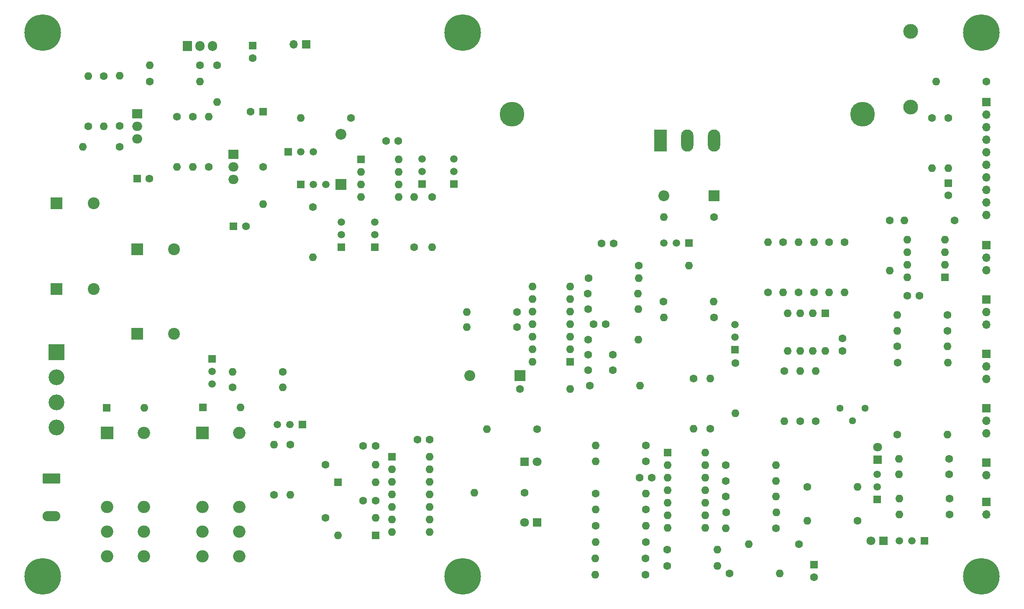
<source format=gts>
%TF.GenerationSoftware,KiCad,Pcbnew,6.0.2-378541a8eb~116~ubuntu20.04.1*%
%TF.CreationDate,2022-03-08T15:28:56-05:00*%
%TF.ProjectId,Linear_Lab_Bench_PSU,4c696e65-6172-45f4-9c61-625f42656e63,rev?*%
%TF.SameCoordinates,Original*%
%TF.FileFunction,Soldermask,Top*%
%TF.FilePolarity,Negative*%
%FSLAX46Y46*%
G04 Gerber Fmt 4.6, Leading zero omitted, Abs format (unit mm)*
G04 Created by KiCad (PCBNEW 6.0.2-378541a8eb~116~ubuntu20.04.1) date 2022-03-08 15:28:56*
%MOMM*%
%LPD*%
G01*
G04 APERTURE LIST*
G04 Aperture macros list*
%AMRoundRect*
0 Rectangle with rounded corners*
0 $1 Rounding radius*
0 $2 $3 $4 $5 $6 $7 $8 $9 X,Y pos of 4 corners*
0 Add a 4 corners polygon primitive as box body*
4,1,4,$2,$3,$4,$5,$6,$7,$8,$9,$2,$3,0*
0 Add four circle primitives for the rounded corners*
1,1,$1+$1,$2,$3*
1,1,$1+$1,$4,$5*
1,1,$1+$1,$6,$7*
1,1,$1+$1,$8,$9*
0 Add four rect primitives between the rounded corners*
20,1,$1+$1,$2,$3,$4,$5,0*
20,1,$1+$1,$4,$5,$6,$7,0*
20,1,$1+$1,$6,$7,$8,$9,0*
20,1,$1+$1,$8,$9,$2,$3,0*%
G04 Aperture macros list end*
%ADD10R,1.800000X1.800000*%
%ADD11C,1.800000*%
%ADD12C,1.600000*%
%ADD13O,1.600000X1.600000*%
%ADD14R,1.700000X1.700000*%
%ADD15O,1.700000X1.700000*%
%ADD16R,1.600000X1.600000*%
%ADD17R,1.500000X1.500000*%
%ADD18C,1.500000*%
%ADD19R,2.400000X2.400000*%
%ADD20C,2.400000*%
%ADD21C,7.400000*%
%ADD22R,2.500000X4.500000*%
%ADD23O,2.500000X4.500000*%
%ADD24R,3.200000X3.200000*%
%ADD25C,3.200000*%
%ADD26C,3.000000*%
%ADD27O,3.000000X3.000000*%
%ADD28R,2.000000X1.905000*%
%ADD29O,2.000000X1.905000*%
%ADD30R,2.200000X2.200000*%
%ADD31O,2.200000X2.200000*%
%ADD32RoundRect,0.250001X-1.549999X0.799999X-1.549999X-0.799999X1.549999X-0.799999X1.549999X0.799999X0*%
%ADD33O,3.600000X2.100000*%
%ADD34R,2.500000X2.500000*%
%ADD35O,2.500000X2.500000*%
%ADD36C,1.440000*%
%ADD37R,1.905000X2.000000*%
%ADD38O,1.905000X2.000000*%
%ADD39C,5.000000*%
G04 APERTURE END LIST*
D10*
%TO.C,D9*%
X162560000Y-131800000D03*
D11*
X165100000Y-131800000D03*
%TD*%
D12*
%TO.C,R63*%
X191400000Y-149600000D03*
D13*
X201560000Y-149600000D03*
%TD*%
D14*
%TO.C,J3*%
X256000000Y-88000000D03*
D15*
X256000000Y-90540000D03*
X256000000Y-93080000D03*
%TD*%
D16*
%TO.C,C25*%
X109600000Y-61000000D03*
D12*
X107100000Y-61000000D03*
%TD*%
%TO.C,R12*%
X77400000Y-53740000D03*
D13*
X77400000Y-63900000D03*
%TD*%
D17*
%TO.C,Q11*%
X195780000Y-87550000D03*
D18*
X193240000Y-87550000D03*
X190700000Y-87550000D03*
%TD*%
D14*
%TO.C,J2*%
X256000000Y-59000000D03*
D15*
X256000000Y-61540000D03*
X256000000Y-64080000D03*
X256000000Y-66620000D03*
X256000000Y-69160000D03*
X256000000Y-71700000D03*
X256000000Y-74240000D03*
X256000000Y-76780000D03*
X256000000Y-79320000D03*
X256000000Y-81860000D03*
%TD*%
D12*
%TO.C,R40*%
X200100000Y-125180000D03*
D13*
X200100000Y-115020000D03*
%TD*%
D12*
%TO.C,C24*%
X109645000Y-72180000D03*
D13*
X109645000Y-79680000D03*
%TD*%
D12*
%TO.C,R14*%
X96800000Y-51547349D03*
D13*
X86640000Y-51547349D03*
%TD*%
D19*
%TO.C,C5*%
X84100000Y-105900000D03*
D20*
X91600000Y-105900000D03*
%TD*%
D12*
%TO.C,C22*%
X188280000Y-135040000D03*
X185780000Y-135040000D03*
%TD*%
D17*
%TO.C,Q7*%
X117580000Y-124300000D03*
D18*
X115040000Y-124300000D03*
X112500000Y-124300000D03*
%TD*%
D12*
%TO.C,R6*%
X143800000Y-78200000D03*
D13*
X143800000Y-88360000D03*
%TD*%
D12*
%TO.C,R25*%
X175400000Y-100900000D03*
D13*
X185560000Y-100900000D03*
%TD*%
D17*
%TO.C,Q4*%
X99300000Y-111020000D03*
D18*
X99300000Y-113560000D03*
X99300000Y-116100000D03*
%TD*%
D12*
%TO.C,C13*%
X175400000Y-110200000D03*
X180400000Y-110200000D03*
%TD*%
%TO.C,R74*%
X229900000Y-143800000D03*
D13*
X219740000Y-143800000D03*
%TD*%
D12*
%TO.C,R52*%
X248160000Y-105300000D03*
D13*
X238000000Y-105300000D03*
%TD*%
D21*
%TO.C,H6*%
X65000000Y-155000000D03*
%TD*%
D12*
%TO.C,R7*%
X115100000Y-128340000D03*
D13*
X115100000Y-138500000D03*
%TD*%
D12*
%TO.C,R39*%
X196700000Y-115000000D03*
D13*
X196700000Y-125160000D03*
%TD*%
D12*
%TO.C,R2*%
X103400000Y-116800000D03*
D13*
X113560000Y-116800000D03*
%TD*%
D22*
%TO.C,Q12*%
X190020000Y-66800000D03*
D23*
X195470000Y-66800000D03*
X200920000Y-66800000D03*
%TD*%
D12*
%TO.C,R8*%
X111800000Y-138500000D03*
D13*
X111800000Y-128340000D03*
%TD*%
D14*
%TO.C,J8*%
X256000000Y-140000000D03*
D15*
X256000000Y-142540000D03*
%TD*%
D12*
%TO.C,R4*%
X127360000Y-62200000D03*
D13*
X117200000Y-62200000D03*
%TD*%
D24*
%TO.C,D3*%
X67800000Y-109660000D03*
D25*
X67800000Y-114740000D03*
X67800000Y-119820000D03*
X67800000Y-124900000D03*
%TD*%
D12*
%TO.C,R30*%
X190680000Y-99400000D03*
D13*
X200840000Y-99400000D03*
%TD*%
D26*
%TO.C,R38*%
X240700000Y-44700000D03*
D27*
X240700000Y-60000000D03*
%TD*%
D16*
%TO.C,D5*%
X124760000Y-136000000D03*
D13*
X132380000Y-136000000D03*
%TD*%
D12*
%TO.C,R56*%
X187080000Y-148100000D03*
D13*
X176920000Y-148100000D03*
%TD*%
D21*
%TO.C,H1*%
X65000000Y-45000000D03*
%TD*%
D12*
%TO.C,R18*%
X221100000Y-97560000D03*
D13*
X221100000Y-87400000D03*
%TD*%
D12*
%TO.C,R69*%
X92200000Y-62020000D03*
D13*
X92200000Y-72180000D03*
%TD*%
D12*
%TO.C,R26*%
X161640000Y-117100000D03*
D13*
X171800000Y-117100000D03*
%TD*%
D12*
%TO.C,C15*%
X226900000Y-109360000D03*
X226900000Y-106860000D03*
%TD*%
%TO.C,R48*%
X249560000Y-83000000D03*
D13*
X239400000Y-83000000D03*
%TD*%
D28*
%TO.C,U10*%
X103600000Y-69640000D03*
D29*
X103600000Y-72180000D03*
X103600000Y-74720000D03*
%TD*%
D12*
%TO.C,R55*%
X176900000Y-138300000D03*
D13*
X187060000Y-138300000D03*
%TD*%
D14*
%TO.C,J7*%
X256000000Y-132000000D03*
D15*
X256000000Y-134540000D03*
%TD*%
D14*
%TO.C,J9*%
X118340000Y-47300000D03*
D15*
X115800000Y-47300000D03*
%TD*%
D12*
%TO.C,R41*%
X256000000Y-54900000D03*
D13*
X245840000Y-54900000D03*
%TD*%
D12*
%TO.C,R62*%
X203300000Y-138900000D03*
D13*
X213460000Y-138900000D03*
%TD*%
D12*
%TO.C,R59*%
X213460000Y-145300000D03*
D13*
X203300000Y-145300000D03*
%TD*%
D16*
%TO.C,C23*%
X103645000Y-84180000D03*
D12*
X106145000Y-84180000D03*
%TD*%
%TO.C,R13*%
X74200000Y-63900000D03*
D13*
X74200000Y-53740000D03*
%TD*%
D12*
%TO.C,R42*%
X248500000Y-131200000D03*
D13*
X238340000Y-131200000D03*
%TD*%
D12*
%TO.C,R36*%
X175480000Y-94700000D03*
D13*
X185640000Y-94700000D03*
%TD*%
D12*
%TO.C,R32*%
X175360000Y-97800000D03*
D13*
X185520000Y-97800000D03*
%TD*%
D21*
%TO.C,H4*%
X255000000Y-155000000D03*
%TD*%
D12*
%TO.C,R20*%
X224200000Y-87400000D03*
D13*
X224200000Y-97560000D03*
%TD*%
D30*
%TO.C,D8*%
X200880000Y-77948334D03*
D31*
X190720000Y-77948334D03*
%TD*%
D16*
%TO.C,D6*%
X132380000Y-146700000D03*
D13*
X124760000Y-146700000D03*
%TD*%
D12*
%TO.C,R43*%
X248500000Y-134400000D03*
D13*
X238340000Y-134400000D03*
%TD*%
D16*
%TO.C,U2*%
X171800000Y-111625000D03*
D13*
X171800000Y-109085000D03*
X171800000Y-106545000D03*
X171800000Y-104005000D03*
X171800000Y-101465000D03*
X171800000Y-98925000D03*
X171800000Y-96385000D03*
X164180000Y-96385000D03*
X164180000Y-98925000D03*
X164180000Y-101465000D03*
X164180000Y-104005000D03*
X164180000Y-106545000D03*
X164180000Y-109085000D03*
X164180000Y-111625000D03*
%TD*%
D12*
%TO.C,R35*%
X161000000Y-104600000D03*
D13*
X150840000Y-104600000D03*
%TD*%
D12*
%TO.C,R29*%
X221500000Y-123620000D03*
D13*
X221500000Y-113460000D03*
%TD*%
D12*
%TO.C,R16*%
X218000000Y-97560000D03*
D13*
X218000000Y-87400000D03*
%TD*%
D17*
%TO.C,Q2*%
X114660000Y-69060000D03*
D18*
X117200000Y-69060000D03*
X119740000Y-69060000D03*
%TD*%
D12*
%TO.C,R28*%
X218300000Y-123620000D03*
D13*
X218300000Y-113460000D03*
%TD*%
D30*
%TO.C,D1*%
X125400000Y-75700000D03*
D31*
X125400000Y-65540000D03*
%TD*%
D12*
%TO.C,R33*%
X161000000Y-101500000D03*
D13*
X150840000Y-101500000D03*
%TD*%
D12*
%TO.C,R3*%
X113560000Y-113600000D03*
D13*
X103400000Y-113600000D03*
%TD*%
D12*
%TO.C,R78*%
X245000000Y-62240000D03*
D13*
X245000000Y-72400000D03*
%TD*%
D21*
%TO.C,H3*%
X255000000Y-45000000D03*
%TD*%
D12*
%TO.C,R58*%
X203320000Y-142100000D03*
D13*
X213480000Y-142100000D03*
%TD*%
D12*
%TO.C,R37*%
X205200000Y-111820000D03*
D13*
X205200000Y-121980000D03*
%TD*%
D16*
%TO.C,C6*%
X84100000Y-74500000D03*
D12*
X86600000Y-74500000D03*
%TD*%
%TO.C,R9*%
X122220000Y-132400000D03*
D13*
X132380000Y-132400000D03*
%TD*%
D30*
%TO.C,D7*%
X161600000Y-114400000D03*
D31*
X151440000Y-114400000D03*
%TD*%
D12*
%TO.C,R75*%
X162500000Y-138100000D03*
D13*
X152340000Y-138100000D03*
%TD*%
D17*
%TO.C,Q13*%
X205160000Y-109140000D03*
D18*
X205160000Y-106600000D03*
X205160000Y-104060000D03*
%TD*%
D12*
%TO.C,R1*%
X119700000Y-80300000D03*
D13*
X119700000Y-90460000D03*
%TD*%
D16*
%TO.C,U5*%
X247600000Y-94500000D03*
D13*
X247600000Y-91960000D03*
X247600000Y-89420000D03*
X247600000Y-86880000D03*
X239980000Y-86880000D03*
X239980000Y-89420000D03*
X239980000Y-91960000D03*
X239980000Y-94500000D03*
%TD*%
D32*
%TO.C,J1*%
X66777500Y-135190000D03*
D33*
X66777500Y-142810000D03*
%TD*%
D12*
%TO.C,R64*%
X186980000Y-151400000D03*
D13*
X176820000Y-151400000D03*
%TD*%
D12*
%TO.C,R21*%
X211800000Y-97560000D03*
D13*
X211800000Y-87400000D03*
%TD*%
D17*
%TO.C,Q5*%
X132200000Y-88400000D03*
D18*
X132200000Y-85860000D03*
X132200000Y-83320000D03*
%TD*%
D17*
%TO.C,Q15*%
X243480000Y-147800000D03*
D18*
X240940000Y-147800000D03*
X238400000Y-147800000D03*
%TD*%
D16*
%TO.C,D2*%
X77990000Y-120900000D03*
D13*
X85610000Y-120900000D03*
%TD*%
D17*
%TO.C,Q6*%
X125460000Y-88400000D03*
D18*
X125460000Y-85860000D03*
X125460000Y-83320000D03*
%TD*%
D34*
%TO.C,RL1*%
X78000000Y-126000000D03*
D35*
X78000000Y-141000000D03*
X78000000Y-146000000D03*
X78000000Y-151000000D03*
X85500000Y-151000000D03*
X85500000Y-146000000D03*
X85500000Y-141000000D03*
X85500000Y-126000000D03*
%TD*%
D17*
%TO.C,Q9*%
X148260000Y-75640000D03*
D18*
X148260000Y-73100000D03*
X148260000Y-70560000D03*
%TD*%
D21*
%TO.C,H5*%
X150000000Y-155000000D03*
%TD*%
D16*
%TO.C,C18*%
X248300000Y-75440000D03*
D12*
X248300000Y-77940000D03*
%TD*%
%TO.C,R67*%
X203300000Y-132500000D03*
D13*
X213460000Y-132500000D03*
%TD*%
D17*
%TO.C,Q14*%
X233900000Y-139480000D03*
D18*
X233900000Y-136940000D03*
X233900000Y-134400000D03*
%TD*%
D12*
%TO.C,R24*%
X215100000Y-113460000D03*
D13*
X215100000Y-123620000D03*
%TD*%
D12*
%TO.C,C7*%
X129880000Y-128600000D03*
X132380000Y-128600000D03*
%TD*%
%TO.C,C21*%
X240000000Y-98200000D03*
X242500000Y-98200000D03*
%TD*%
%TO.C,R27*%
X218080000Y-148500000D03*
D13*
X207920000Y-148500000D03*
%TD*%
D12*
%TO.C,R22*%
X227300000Y-87400000D03*
D13*
X227300000Y-97560000D03*
%TD*%
D16*
%TO.C,D4*%
X97390000Y-120800000D03*
D13*
X105010000Y-120800000D03*
%TD*%
D36*
%TO.C,RV1*%
X226360000Y-121020000D03*
X228900000Y-123560000D03*
X231440000Y-121020000D03*
%TD*%
D14*
%TO.C,J4*%
X256000000Y-99000000D03*
D15*
X256000000Y-101540000D03*
X256000000Y-104080000D03*
%TD*%
D12*
%TO.C,C8*%
X129880000Y-139700000D03*
X132380000Y-139700000D03*
%TD*%
D16*
%TO.C,U7*%
X135680000Y-130820000D03*
D13*
X135680000Y-133360000D03*
X135680000Y-135900000D03*
X135680000Y-138440000D03*
X135680000Y-140980000D03*
X135680000Y-143520000D03*
X135680000Y-146060000D03*
X143300000Y-146060000D03*
X143300000Y-143520000D03*
X143300000Y-140980000D03*
X143300000Y-138440000D03*
X143300000Y-135900000D03*
X143300000Y-133360000D03*
X143300000Y-130820000D03*
%TD*%
D12*
%TO.C,R19*%
X214900000Y-87380000D03*
D13*
X214900000Y-97540000D03*
%TD*%
D16*
%TO.C,C10*%
X107500000Y-47600000D03*
D12*
X107500000Y-50100000D03*
%TD*%
%TO.C,R17*%
X175400000Y-107100000D03*
D13*
X185560000Y-107100000D03*
%TD*%
D12*
%TO.C,R50*%
X219740000Y-136900000D03*
D13*
X229900000Y-136900000D03*
%TD*%
D12*
%TO.C,R46*%
X238020000Y-111800000D03*
D13*
X248180000Y-111800000D03*
%TD*%
D12*
%TO.C,R45*%
X248600000Y-142500000D03*
D13*
X238440000Y-142500000D03*
%TD*%
D12*
%TO.C,C9*%
X80600000Y-68100000D03*
D13*
X73100000Y-68100000D03*
%TD*%
D12*
%TO.C,R72*%
X165100000Y-125200000D03*
D13*
X154940000Y-125200000D03*
%TD*%
D12*
%TO.C,R68*%
X187080000Y-131740000D03*
D13*
X176920000Y-131740000D03*
%TD*%
D21*
%TO.C,H2*%
X150000000Y-45000000D03*
%TD*%
D10*
%TO.C,D11*%
X235175000Y-147800000D03*
D11*
X232635000Y-147800000D03*
%TD*%
D12*
%TO.C,R77*%
X248300000Y-62240000D03*
D13*
X248300000Y-72400000D03*
%TD*%
D12*
%TO.C,R34*%
X200880000Y-82300000D03*
D13*
X190720000Y-82300000D03*
%TD*%
D19*
%TO.C,C2*%
X67800000Y-96900000D03*
D20*
X75300000Y-96900000D03*
%TD*%
D12*
%TO.C,R65*%
X203300000Y-135700000D03*
D13*
X213460000Y-135700000D03*
%TD*%
D16*
%TO.C,C17*%
X221100000Y-152700000D03*
D12*
X221100000Y-155200000D03*
%TD*%
D19*
%TO.C,C3*%
X84100000Y-88800000D03*
D20*
X91600000Y-88800000D03*
%TD*%
D17*
%TO.C,Q3*%
X117200000Y-75660000D03*
D18*
X119740000Y-75660000D03*
X122280000Y-75660000D03*
%TD*%
D12*
%TO.C,R49*%
X248160000Y-102100000D03*
D13*
X238000000Y-102100000D03*
%TD*%
D12*
%TO.C,C11*%
X100300000Y-51547349D03*
D13*
X100300000Y-59047349D03*
%TD*%
D12*
%TO.C,R10*%
X122220000Y-143200000D03*
D13*
X132380000Y-143200000D03*
%TD*%
D12*
%TO.C,R15*%
X86640000Y-54847349D03*
D13*
X96800000Y-54847349D03*
%TD*%
D16*
%TO.C,U3*%
X223400000Y-101760000D03*
D13*
X220860000Y-101760000D03*
X218320000Y-101760000D03*
X215780000Y-101760000D03*
X215780000Y-109380000D03*
X218320000Y-109380000D03*
X220860000Y-109380000D03*
X223400000Y-109380000D03*
%TD*%
D12*
%TO.C,R61*%
X186980000Y-154700000D03*
D13*
X176820000Y-154700000D03*
%TD*%
D12*
%TO.C,C19*%
X176500000Y-104000000D03*
X179000000Y-104000000D03*
%TD*%
D16*
%TO.C,U1*%
X129400000Y-70600000D03*
D13*
X129400000Y-73140000D03*
X129400000Y-75680000D03*
X129400000Y-78220000D03*
X137020000Y-78220000D03*
X137020000Y-75680000D03*
X137020000Y-73140000D03*
X137020000Y-70600000D03*
%TD*%
D37*
%TO.C,U9*%
X94260000Y-47645000D03*
D38*
X96800000Y-47645000D03*
X99340000Y-47645000D03*
%TD*%
D12*
%TO.C,R31*%
X200860000Y-102600000D03*
D13*
X190700000Y-102600000D03*
%TD*%
D19*
%TO.C,C4*%
X67800000Y-79500000D03*
D20*
X75300000Y-79500000D03*
%TD*%
D12*
%TO.C,R76*%
X185640000Y-92100000D03*
D13*
X195800000Y-92100000D03*
%TD*%
D12*
%TO.C,R54*%
X187080000Y-141500000D03*
D13*
X176920000Y-141500000D03*
%TD*%
D12*
%TO.C,C16*%
X178100000Y-87600000D03*
X180600000Y-87600000D03*
%TD*%
%TO.C,R47*%
X238000000Y-108500000D03*
D13*
X248160000Y-108500000D03*
%TD*%
D10*
%TO.C,D12*%
X165075000Y-144100000D03*
D11*
X162535000Y-144100000D03*
%TD*%
D17*
%TO.C,Q8*%
X141800000Y-75640000D03*
D18*
X141800000Y-73100000D03*
X141800000Y-70560000D03*
%TD*%
D12*
%TO.C,R23*%
X175740000Y-116400000D03*
D13*
X185900000Y-116400000D03*
%TD*%
D39*
%TO.C,HS1*%
X160000000Y-61500000D03*
X230940000Y-61500000D03*
%TD*%
D12*
%TO.C,R51*%
X204000000Y-154400000D03*
D13*
X214160000Y-154400000D03*
%TD*%
D12*
%TO.C,R66*%
X187080000Y-128540000D03*
D13*
X176920000Y-128540000D03*
%TD*%
D12*
%TO.C,R70*%
X98645000Y-72180000D03*
D13*
X98645000Y-62020000D03*
%TD*%
D12*
%TO.C,R57*%
X176920000Y-144800000D03*
D13*
X187080000Y-144800000D03*
%TD*%
D28*
%TO.C,U8*%
X84100000Y-61360000D03*
D29*
X84100000Y-63900000D03*
X84100000Y-66440000D03*
%TD*%
D14*
%TO.C,J6*%
X256000000Y-121000000D03*
D15*
X256000000Y-123540000D03*
X256000000Y-126080000D03*
%TD*%
D12*
%TO.C,R5*%
X140200000Y-88360000D03*
D13*
X140200000Y-78200000D03*
%TD*%
D12*
%TO.C,R60*%
X191400000Y-152900000D03*
D13*
X201560000Y-152900000D03*
%TD*%
D12*
%TO.C,R73*%
X238000000Y-126300000D03*
D13*
X248160000Y-126300000D03*
%TD*%
D14*
%TO.C,J5*%
X256000000Y-110000000D03*
D15*
X256000000Y-112540000D03*
X256000000Y-115080000D03*
%TD*%
D12*
%TO.C,C1*%
X137000000Y-66900000D03*
X134500000Y-66900000D03*
%TD*%
%TO.C,C14*%
X175400000Y-113300000D03*
X180400000Y-113300000D03*
%TD*%
%TO.C,R71*%
X95400000Y-62020000D03*
D13*
X95400000Y-72180000D03*
%TD*%
D12*
%TO.C,C12*%
X143330000Y-127345000D03*
X140830000Y-127345000D03*
%TD*%
%TO.C,R53*%
X236480000Y-83000000D03*
D13*
X236480000Y-93160000D03*
%TD*%
D12*
%TO.C,R11*%
X80600000Y-63880000D03*
D13*
X80600000Y-53720000D03*
%TD*%
D34*
%TO.C,RL2*%
X97312500Y-125962500D03*
D35*
X97312500Y-140962500D03*
X97312500Y-145962500D03*
X97312500Y-150962500D03*
X104812500Y-150962500D03*
X104812500Y-145962500D03*
X104812500Y-140962500D03*
X104812500Y-125962500D03*
%TD*%
D10*
%TO.C,D10*%
X234000000Y-131375000D03*
D11*
X234000000Y-128835000D03*
%TD*%
D16*
%TO.C,U6*%
X191480000Y-129980000D03*
D13*
X191480000Y-132520000D03*
X191480000Y-135060000D03*
X191480000Y-137600000D03*
X191480000Y-140140000D03*
X191480000Y-142680000D03*
X191480000Y-145220000D03*
X199100000Y-145220000D03*
X199100000Y-142680000D03*
X199100000Y-140140000D03*
X199100000Y-137600000D03*
X199100000Y-135060000D03*
X199100000Y-132520000D03*
X199100000Y-129980000D03*
%TD*%
D12*
%TO.C,R44*%
X248580000Y-139300000D03*
D13*
X238420000Y-139300000D03*
%TD*%
M02*

</source>
